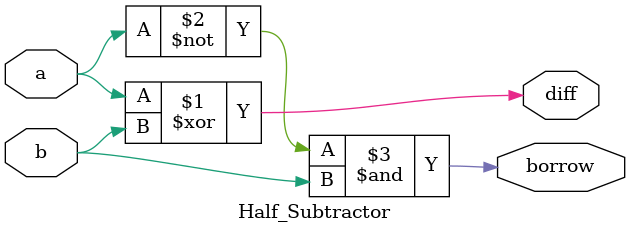
<source format=v>
`timescale 1ns / 1ps

module Half_Subtractor(
    input a, b,
    output diff, borrow
);

assign diff   = a ^ b;  
assign borrow = (~a) & b; 

endmodule

</source>
